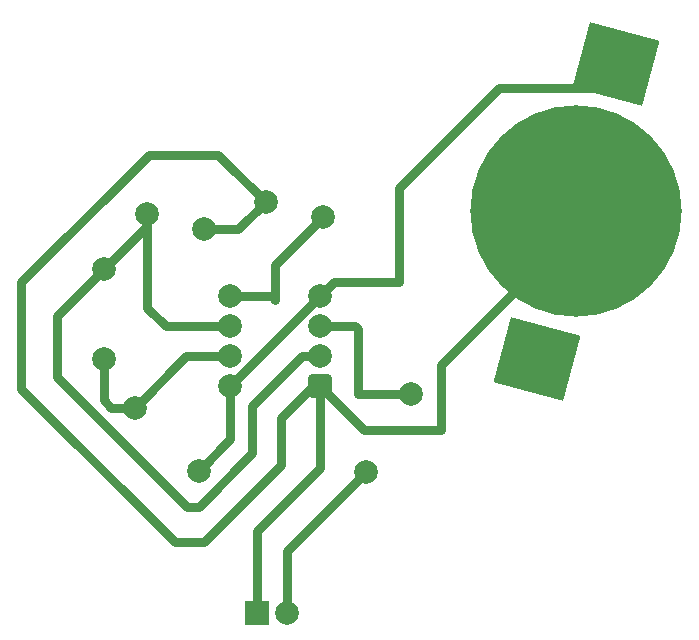
<source format=gbr>
%TF.GenerationSoftware,KiCad,Pcbnew,9.0.7*%
%TF.CreationDate,2026-02-01T20:41:00-05:00*%
%TF.ProjectId,555timerCES,35353574-696d-4657-9243-45532e6b6963,rev?*%
%TF.SameCoordinates,Original*%
%TF.FileFunction,Copper,L1,Top*%
%TF.FilePolarity,Positive*%
%FSLAX46Y46*%
G04 Gerber Fmt 4.6, Leading zero omitted, Abs format (unit mm)*
G04 Created by KiCad (PCBNEW 9.0.7) date 2026-02-01 20:41:00*
%MOMM*%
%LPD*%
G01*
G04 APERTURE LIST*
G04 Aperture macros list*
%AMRoundRect*
0 Rectangle with rounded corners*
0 $1 Rounding radius*
0 $2 $3 $4 $5 $6 $7 $8 $9 X,Y pos of 4 corners*
0 Add a 4 corners polygon primitive as box body*
4,1,4,$2,$3,$4,$5,$6,$7,$8,$9,$2,$3,0*
0 Add four circle primitives for the rounded corners*
1,1,$1+$1,$2,$3*
1,1,$1+$1,$4,$5*
1,1,$1+$1,$6,$7*
1,1,$1+$1,$8,$9*
0 Add four rect primitives between the rounded corners*
20,1,$1+$1,$2,$3,$4,$5,0*
20,1,$1+$1,$4,$5,$6,$7,0*
20,1,$1+$1,$6,$7,$8,$9,0*
20,1,$1+$1,$8,$9,$2,$3,0*%
%AMRotRect*
0 Rectangle, with rotation*
0 The origin of the aperture is its center*
0 $1 length*
0 $2 width*
0 $3 Rotation angle, in degrees counterclockwise*
0 Add horizontal line*
21,1,$1,$2,0,0,$3*%
G04 Aperture macros list end*
%TA.AperFunction,SMDPad,CuDef*%
%ADD10C,17.900000*%
%TD*%
%TA.AperFunction,SMDPad,CuDef*%
%ADD11RotRect,5.700000X6.100000X255.000000*%
%TD*%
%TA.AperFunction,ComponentPad*%
%ADD12C,2.000000*%
%TD*%
%TA.AperFunction,ComponentPad*%
%ADD13RoundRect,0.312500X0.687500X0.687500X-0.687500X0.687500X-0.687500X-0.687500X0.687500X-0.687500X0*%
%TD*%
%TA.AperFunction,ComponentPad*%
%ADD14R,2.000000X2.000000*%
%TD*%
%TA.AperFunction,Conductor*%
%ADD15C,0.800000*%
%TD*%
G04 APERTURE END LIST*
D10*
%TO.P,BT2,N*%
%TO.N,GND*%
X142000000Y-90000000D03*
D11*
%TO.P,BT2,P1*%
%TO.N,+3V0*%
X145338764Y-77539558D03*
%TO.P,BT2,P2*%
X138661236Y-102460442D03*
%TD*%
D12*
%TO.P,C2,2*%
%TO.N,GND*%
X115670371Y-89205905D03*
%TO.P,C2,1*%
%TO.N,Net-(U1-CV)*%
X120500000Y-90500000D03*
%TD*%
%TO.P,C1,2*%
%TO.N,Net-(U1-THR)*%
X105670371Y-90205905D03*
%TO.P,C1,1*%
%TO.N,GND*%
X110500000Y-91500000D03*
%TD*%
%TO.P,U1,8,VCC*%
%TO.N,+3V0*%
X112685001Y-104810000D03*
%TO.P,U1,7,DIS*%
%TO.N,Net-(U1-DIS)*%
X112685001Y-102270001D03*
%TO.P,U1,6,THR*%
%TO.N,Net-(U1-THR)*%
X112684999Y-99730000D03*
%TO.P,U1,5,CV*%
%TO.N,Net-(U1-CV)*%
X112685001Y-97190000D03*
%TO.P,U1,4,R*%
%TO.N,+3V0*%
X120305001Y-97190000D03*
%TO.P,U1,3,Q*%
%TO.N,Net-(U1-Q)*%
X120305001Y-99730000D03*
%TO.P,U1,2,TR*%
%TO.N,Net-(U1-THR)*%
X120304998Y-102269998D03*
D13*
%TO.P,U1,1,GND*%
%TO.N,GND*%
X120305001Y-104810000D03*
%TD*%
D12*
%TO.P,R2,2*%
%TO.N,Net-(U1-THR)*%
X102000000Y-94880000D03*
%TO.P,R2,1*%
%TO.N,Net-(U1-DIS)*%
X102000000Y-102500000D03*
%TD*%
%TO.P,R1,2*%
%TO.N,Net-(U1-DIS)*%
X104611846Y-106611846D03*
%TO.P,R1,1*%
%TO.N,+3V0*%
X110000000Y-112000000D03*
%TD*%
%TO.P,D1,2,A*%
%TO.N,Net-(D1-A)*%
X117500000Y-124000000D03*
D14*
%TO.P,D1,1,K*%
%TO.N,GND*%
X114959999Y-123999998D03*
%TD*%
D12*
%TO.P,R3,2*%
%TO.N,Net-(U1-Q)*%
X128000000Y-105500000D03*
%TO.P,R3,1*%
%TO.N,Net-(D1-A)*%
X124190000Y-112099114D03*
%TD*%
D15*
%TO.N,Net-(U1-CV)*%
X116500000Y-94500000D02*
X116500000Y-97500000D01*
X120500000Y-90500000D02*
X116500000Y-94500000D01*
X116500000Y-97500000D02*
X116190000Y-97190000D01*
X116190000Y-97190000D02*
X112685001Y-97190000D01*
%TO.N,GND*%
X110500000Y-91500000D02*
X113376276Y-91500000D01*
X113376276Y-91500000D02*
X115670371Y-89205905D01*
X120305001Y-104810000D02*
X119690000Y-104810000D01*
X117000000Y-107500000D02*
X117000000Y-111500000D01*
X119690000Y-104810000D02*
X117000000Y-107500000D01*
X110500000Y-118000000D02*
X108000000Y-118000000D01*
X95000000Y-96000000D02*
X105794095Y-85205905D01*
X117000000Y-111500000D02*
X110500000Y-118000000D01*
X108000000Y-118000000D02*
X95000000Y-105000000D01*
X95000000Y-105000000D02*
X95000000Y-96000000D01*
X111670371Y-85205905D02*
X115670371Y-89205905D01*
X105794095Y-85205905D02*
X111670371Y-85205905D01*
%TO.N,Net-(U1-DIS)*%
X104611846Y-106611846D02*
X108953691Y-102270001D01*
X108953691Y-102270001D02*
X112685001Y-102270001D01*
%TO.N,GND*%
X114959999Y-117040001D02*
X120305001Y-111694999D01*
X114959999Y-123999998D02*
X114959999Y-117040001D01*
%TO.N,Net-(D1-A)*%
X117500000Y-124000000D02*
X117500000Y-118789114D01*
X117500000Y-118789114D02*
X124190000Y-112099114D01*
%TO.N,GND*%
X120305001Y-111694999D02*
X120305001Y-104810000D01*
%TO.N,Net-(U1-THR)*%
X112684999Y-99730000D02*
X107230000Y-99730000D01*
X107230000Y-99730000D02*
X105670371Y-98170371D01*
X105670371Y-98170371D02*
X105670371Y-90205905D01*
X105670371Y-90205905D02*
X105670371Y-91209629D01*
X105670371Y-91209629D02*
X102000000Y-94880000D01*
%TO.N,Net-(U1-Q)*%
X120305001Y-99730000D02*
X123230000Y-99730000D01*
X123230000Y-99730000D02*
X123500000Y-100000000D01*
X123500000Y-100000000D02*
X123500000Y-105500000D01*
X123500000Y-105500000D02*
X128000000Y-105500000D01*
%TO.N,Net-(U1-THR)*%
X120304998Y-102269998D02*
X118730002Y-102269998D01*
X118730002Y-102269998D02*
X114499000Y-106501000D01*
X114499000Y-106501000D02*
X114499000Y-110501000D01*
X114499000Y-110501000D02*
X110000000Y-115000000D01*
X110000000Y-115000000D02*
X109000000Y-115000000D01*
X109000000Y-115000000D02*
X98000000Y-104000000D01*
X98000000Y-104000000D02*
X98000000Y-98880000D01*
X98000000Y-98880000D02*
X102000000Y-94880000D01*
%TO.N,GND*%
X123995001Y-108500000D02*
X130500000Y-108500000D01*
X120305001Y-104810000D02*
X123995001Y-108500000D01*
%TO.N,+3V0*%
X110000000Y-112000000D02*
X112685001Y-109314999D01*
X112685001Y-109314999D02*
X112685001Y-104810000D01*
X120305001Y-97190000D02*
X112685001Y-104810000D01*
%TO.N,Net-(U1-DIS)*%
X102611846Y-106611846D02*
X102000000Y-106000000D01*
X104611846Y-106611846D02*
X102611846Y-106611846D01*
X102000000Y-106000000D02*
X102000000Y-102500000D01*
%TO.N,GND*%
X130500000Y-103000000D02*
X141500000Y-92000000D01*
X130500000Y-108500000D02*
X130500000Y-103000000D01*
%TO.N,+3V0*%
X121495001Y-96000000D02*
X120305001Y-97190000D01*
X127000000Y-96000000D02*
X121495001Y-96000000D01*
X127000000Y-88000000D02*
X127000000Y-96000000D01*
X135460442Y-79539558D02*
X127000000Y-88000000D01*
X144838764Y-79539558D02*
X135460442Y-79539558D01*
%TD*%
M02*

</source>
